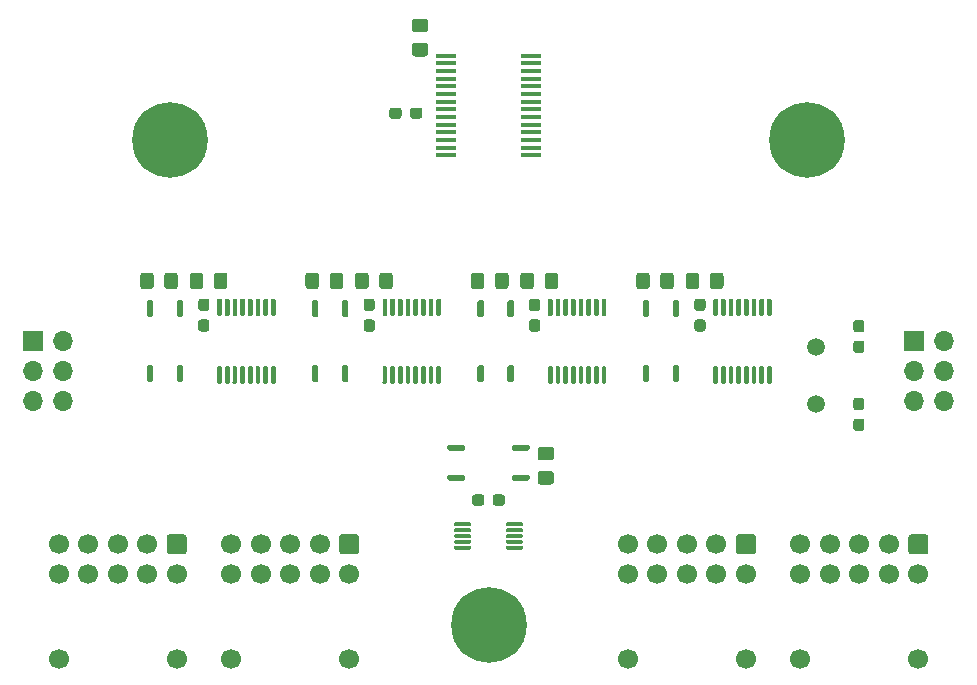
<source format=gbr>
%TF.GenerationSoftware,KiCad,Pcbnew,(5.1.10)-1*%
%TF.CreationDate,2021-07-04T19:20:50-04:00*%
%TF.ProjectId,SensorBoard,53656e73-6f72-4426-9f61-72642e6b6963,rev?*%
%TF.SameCoordinates,Original*%
%TF.FileFunction,Soldermask,Top*%
%TF.FilePolarity,Negative*%
%FSLAX46Y46*%
G04 Gerber Fmt 4.6, Leading zero omitted, Abs format (unit mm)*
G04 Created by KiCad (PCBNEW (5.1.10)-1) date 2021-07-04 19:20:50*
%MOMM*%
%LPD*%
G01*
G04 APERTURE LIST*
%ADD10O,1.700000X1.700000*%
%ADD11R,1.700000X1.700000*%
%ADD12C,6.400000*%
%ADD13C,0.800000*%
%ADD14R,1.750000X0.450000*%
%ADD15C,1.700000*%
%ADD16C,1.500000*%
G04 APERTURE END LIST*
%TO.C,C8*%
G36*
G01*
X126137500Y-87450000D02*
X125662500Y-87450000D01*
G75*
G02*
X125425000Y-87212500I0J237500D01*
G01*
X125425000Y-86637500D01*
G75*
G02*
X125662500Y-86400000I237500J0D01*
G01*
X126137500Y-86400000D01*
G75*
G02*
X126375000Y-86637500I0J-237500D01*
G01*
X126375000Y-87212500D01*
G75*
G02*
X126137500Y-87450000I-237500J0D01*
G01*
G37*
G36*
G01*
X126137500Y-89200000D02*
X125662500Y-89200000D01*
G75*
G02*
X125425000Y-88962500I0J237500D01*
G01*
X125425000Y-88387500D01*
G75*
G02*
X125662500Y-88150000I237500J0D01*
G01*
X126137500Y-88150000D01*
G75*
G02*
X126375000Y-88387500I0J-237500D01*
G01*
X126375000Y-88962500D01*
G75*
G02*
X126137500Y-89200000I-237500J0D01*
G01*
G37*
%TD*%
%TO.C,C7*%
G36*
G01*
X154137500Y-87450000D02*
X153662500Y-87450000D01*
G75*
G02*
X153425000Y-87212500I0J237500D01*
G01*
X153425000Y-86637500D01*
G75*
G02*
X153662500Y-86400000I237500J0D01*
G01*
X154137500Y-86400000D01*
G75*
G02*
X154375000Y-86637500I0J-237500D01*
G01*
X154375000Y-87212500D01*
G75*
G02*
X154137500Y-87450000I-237500J0D01*
G01*
G37*
G36*
G01*
X154137500Y-89200000D02*
X153662500Y-89200000D01*
G75*
G02*
X153425000Y-88962500I0J237500D01*
G01*
X153425000Y-88387500D01*
G75*
G02*
X153662500Y-88150000I237500J0D01*
G01*
X154137500Y-88150000D01*
G75*
G02*
X154375000Y-88387500I0J-237500D01*
G01*
X154375000Y-88962500D01*
G75*
G02*
X154137500Y-89200000I-237500J0D01*
G01*
G37*
%TD*%
%TO.C,C6*%
G36*
G01*
X143350000Y-70937500D02*
X143350000Y-70462500D01*
G75*
G02*
X143587500Y-70225000I237500J0D01*
G01*
X144162500Y-70225000D01*
G75*
G02*
X144400000Y-70462500I0J-237500D01*
G01*
X144400000Y-70937500D01*
G75*
G02*
X144162500Y-71175000I-237500J0D01*
G01*
X143587500Y-71175000D01*
G75*
G02*
X143350000Y-70937500I0J237500D01*
G01*
G37*
G36*
G01*
X141600000Y-70937500D02*
X141600000Y-70462500D01*
G75*
G02*
X141837500Y-70225000I237500J0D01*
G01*
X142412500Y-70225000D01*
G75*
G02*
X142650000Y-70462500I0J-237500D01*
G01*
X142650000Y-70937500D01*
G75*
G02*
X142412500Y-71175000I-237500J0D01*
G01*
X141837500Y-71175000D01*
G75*
G02*
X141600000Y-70937500I0J237500D01*
G01*
G37*
%TD*%
%TO.C,C5*%
G36*
G01*
X149650000Y-103212500D02*
X149650000Y-103687500D01*
G75*
G02*
X149412500Y-103925000I-237500J0D01*
G01*
X148837500Y-103925000D01*
G75*
G02*
X148600000Y-103687500I0J237500D01*
G01*
X148600000Y-103212500D01*
G75*
G02*
X148837500Y-102975000I237500J0D01*
G01*
X149412500Y-102975000D01*
G75*
G02*
X149650000Y-103212500I0J-237500D01*
G01*
G37*
G36*
G01*
X151400000Y-103212500D02*
X151400000Y-103687500D01*
G75*
G02*
X151162500Y-103925000I-237500J0D01*
G01*
X150587500Y-103925000D01*
G75*
G02*
X150350000Y-103687500I0J237500D01*
G01*
X150350000Y-103212500D01*
G75*
G02*
X150587500Y-102975000I237500J0D01*
G01*
X151162500Y-102975000D01*
G75*
G02*
X151400000Y-103212500I0J-237500D01*
G01*
G37*
%TD*%
%TO.C,C4*%
G36*
G01*
X168137500Y-89200000D02*
X167662500Y-89200000D01*
G75*
G02*
X167425000Y-88962500I0J237500D01*
G01*
X167425000Y-88387500D01*
G75*
G02*
X167662500Y-88150000I237500J0D01*
G01*
X168137500Y-88150000D01*
G75*
G02*
X168375000Y-88387500I0J-237500D01*
G01*
X168375000Y-88962500D01*
G75*
G02*
X168137500Y-89200000I-237500J0D01*
G01*
G37*
G36*
G01*
X168137500Y-87450000D02*
X167662500Y-87450000D01*
G75*
G02*
X167425000Y-87212500I0J237500D01*
G01*
X167425000Y-86637500D01*
G75*
G02*
X167662500Y-86400000I237500J0D01*
G01*
X168137500Y-86400000D01*
G75*
G02*
X168375000Y-86637500I0J-237500D01*
G01*
X168375000Y-87212500D01*
G75*
G02*
X168137500Y-87450000I-237500J0D01*
G01*
G37*
%TD*%
%TO.C,C3*%
G36*
G01*
X140137500Y-87450000D02*
X139662500Y-87450000D01*
G75*
G02*
X139425000Y-87212500I0J237500D01*
G01*
X139425000Y-86637500D01*
G75*
G02*
X139662500Y-86400000I237500J0D01*
G01*
X140137500Y-86400000D01*
G75*
G02*
X140375000Y-86637500I0J-237500D01*
G01*
X140375000Y-87212500D01*
G75*
G02*
X140137500Y-87450000I-237500J0D01*
G01*
G37*
G36*
G01*
X140137500Y-89200000D02*
X139662500Y-89200000D01*
G75*
G02*
X139425000Y-88962500I0J237500D01*
G01*
X139425000Y-88387500D01*
G75*
G02*
X139662500Y-88150000I237500J0D01*
G01*
X140137500Y-88150000D01*
G75*
G02*
X140375000Y-88387500I0J-237500D01*
G01*
X140375000Y-88962500D01*
G75*
G02*
X140137500Y-89200000I-237500J0D01*
G01*
G37*
%TD*%
D10*
%TO.C,J1*%
X114000000Y-95080000D03*
X111460000Y-95080000D03*
X114000000Y-92540000D03*
X111460000Y-92540000D03*
X114000000Y-90000000D03*
D11*
X111460000Y-90000000D03*
%TD*%
%TO.C,J2*%
X186000000Y-90000000D03*
D10*
X188540000Y-90000000D03*
X186000000Y-92540000D03*
X188540000Y-92540000D03*
X186000000Y-95080000D03*
X188540000Y-95080000D03*
%TD*%
D12*
%TO.C,REF\u002A\u002A*%
X177000000Y-73000000D03*
D13*
X179400000Y-73000000D03*
X178697056Y-74697056D03*
X177000000Y-75400000D03*
X175302944Y-74697056D03*
X174600000Y-73000000D03*
X175302944Y-71302944D03*
X177000000Y-70600000D03*
X178697056Y-71302944D03*
%TD*%
%TO.C,REF\u002A\u002A*%
X124697056Y-71302944D03*
X123000000Y-70600000D03*
X121302944Y-71302944D03*
X120600000Y-73000000D03*
X121302944Y-74697056D03*
X123000000Y-75400000D03*
X124697056Y-74697056D03*
X125400000Y-73000000D03*
D12*
X123000000Y-73000000D03*
%TD*%
%TO.C,REF\u002A\u002A*%
X150000000Y-114000000D03*
D13*
X152400000Y-114000000D03*
X151697056Y-115697056D03*
X150000000Y-116400000D03*
X148302944Y-115697056D03*
X147600000Y-114000000D03*
X148302944Y-112302944D03*
X150000000Y-111600000D03*
X151697056Y-112302944D03*
%TD*%
%TO.C,U6*%
G36*
G01*
X131675000Y-92125000D02*
X131875000Y-92125000D01*
G75*
G02*
X131975000Y-92225000I0J-100000D01*
G01*
X131975000Y-93500000D01*
G75*
G02*
X131875000Y-93600000I-100000J0D01*
G01*
X131675000Y-93600000D01*
G75*
G02*
X131575000Y-93500000I0J100000D01*
G01*
X131575000Y-92225000D01*
G75*
G02*
X131675000Y-92125000I100000J0D01*
G01*
G37*
G36*
G01*
X131025000Y-92125000D02*
X131225000Y-92125000D01*
G75*
G02*
X131325000Y-92225000I0J-100000D01*
G01*
X131325000Y-93500000D01*
G75*
G02*
X131225000Y-93600000I-100000J0D01*
G01*
X131025000Y-93600000D01*
G75*
G02*
X130925000Y-93500000I0J100000D01*
G01*
X130925000Y-92225000D01*
G75*
G02*
X131025000Y-92125000I100000J0D01*
G01*
G37*
G36*
G01*
X130375000Y-92125000D02*
X130575000Y-92125000D01*
G75*
G02*
X130675000Y-92225000I0J-100000D01*
G01*
X130675000Y-93500000D01*
G75*
G02*
X130575000Y-93600000I-100000J0D01*
G01*
X130375000Y-93600000D01*
G75*
G02*
X130275000Y-93500000I0J100000D01*
G01*
X130275000Y-92225000D01*
G75*
G02*
X130375000Y-92125000I100000J0D01*
G01*
G37*
G36*
G01*
X129725000Y-92125000D02*
X129925000Y-92125000D01*
G75*
G02*
X130025000Y-92225000I0J-100000D01*
G01*
X130025000Y-93500000D01*
G75*
G02*
X129925000Y-93600000I-100000J0D01*
G01*
X129725000Y-93600000D01*
G75*
G02*
X129625000Y-93500000I0J100000D01*
G01*
X129625000Y-92225000D01*
G75*
G02*
X129725000Y-92125000I100000J0D01*
G01*
G37*
G36*
G01*
X129075000Y-92125000D02*
X129275000Y-92125000D01*
G75*
G02*
X129375000Y-92225000I0J-100000D01*
G01*
X129375000Y-93500000D01*
G75*
G02*
X129275000Y-93600000I-100000J0D01*
G01*
X129075000Y-93600000D01*
G75*
G02*
X128975000Y-93500000I0J100000D01*
G01*
X128975000Y-92225000D01*
G75*
G02*
X129075000Y-92125000I100000J0D01*
G01*
G37*
G36*
G01*
X128425000Y-92125000D02*
X128625000Y-92125000D01*
G75*
G02*
X128725000Y-92225000I0J-100000D01*
G01*
X128725000Y-93500000D01*
G75*
G02*
X128625000Y-93600000I-100000J0D01*
G01*
X128425000Y-93600000D01*
G75*
G02*
X128325000Y-93500000I0J100000D01*
G01*
X128325000Y-92225000D01*
G75*
G02*
X128425000Y-92125000I100000J0D01*
G01*
G37*
G36*
G01*
X127775000Y-92125000D02*
X127975000Y-92125000D01*
G75*
G02*
X128075000Y-92225000I0J-100000D01*
G01*
X128075000Y-93500000D01*
G75*
G02*
X127975000Y-93600000I-100000J0D01*
G01*
X127775000Y-93600000D01*
G75*
G02*
X127675000Y-93500000I0J100000D01*
G01*
X127675000Y-92225000D01*
G75*
G02*
X127775000Y-92125000I100000J0D01*
G01*
G37*
G36*
G01*
X127125000Y-92125000D02*
X127325000Y-92125000D01*
G75*
G02*
X127425000Y-92225000I0J-100000D01*
G01*
X127425000Y-93500000D01*
G75*
G02*
X127325000Y-93600000I-100000J0D01*
G01*
X127125000Y-93600000D01*
G75*
G02*
X127025000Y-93500000I0J100000D01*
G01*
X127025000Y-92225000D01*
G75*
G02*
X127125000Y-92125000I100000J0D01*
G01*
G37*
G36*
G01*
X127125000Y-86400000D02*
X127325000Y-86400000D01*
G75*
G02*
X127425000Y-86500000I0J-100000D01*
G01*
X127425000Y-87775000D01*
G75*
G02*
X127325000Y-87875000I-100000J0D01*
G01*
X127125000Y-87875000D01*
G75*
G02*
X127025000Y-87775000I0J100000D01*
G01*
X127025000Y-86500000D01*
G75*
G02*
X127125000Y-86400000I100000J0D01*
G01*
G37*
G36*
G01*
X127775000Y-86400000D02*
X127975000Y-86400000D01*
G75*
G02*
X128075000Y-86500000I0J-100000D01*
G01*
X128075000Y-87775000D01*
G75*
G02*
X127975000Y-87875000I-100000J0D01*
G01*
X127775000Y-87875000D01*
G75*
G02*
X127675000Y-87775000I0J100000D01*
G01*
X127675000Y-86500000D01*
G75*
G02*
X127775000Y-86400000I100000J0D01*
G01*
G37*
G36*
G01*
X128425000Y-86400000D02*
X128625000Y-86400000D01*
G75*
G02*
X128725000Y-86500000I0J-100000D01*
G01*
X128725000Y-87775000D01*
G75*
G02*
X128625000Y-87875000I-100000J0D01*
G01*
X128425000Y-87875000D01*
G75*
G02*
X128325000Y-87775000I0J100000D01*
G01*
X128325000Y-86500000D01*
G75*
G02*
X128425000Y-86400000I100000J0D01*
G01*
G37*
G36*
G01*
X129075000Y-86400000D02*
X129275000Y-86400000D01*
G75*
G02*
X129375000Y-86500000I0J-100000D01*
G01*
X129375000Y-87775000D01*
G75*
G02*
X129275000Y-87875000I-100000J0D01*
G01*
X129075000Y-87875000D01*
G75*
G02*
X128975000Y-87775000I0J100000D01*
G01*
X128975000Y-86500000D01*
G75*
G02*
X129075000Y-86400000I100000J0D01*
G01*
G37*
G36*
G01*
X129725000Y-86400000D02*
X129925000Y-86400000D01*
G75*
G02*
X130025000Y-86500000I0J-100000D01*
G01*
X130025000Y-87775000D01*
G75*
G02*
X129925000Y-87875000I-100000J0D01*
G01*
X129725000Y-87875000D01*
G75*
G02*
X129625000Y-87775000I0J100000D01*
G01*
X129625000Y-86500000D01*
G75*
G02*
X129725000Y-86400000I100000J0D01*
G01*
G37*
G36*
G01*
X130375000Y-86400000D02*
X130575000Y-86400000D01*
G75*
G02*
X130675000Y-86500000I0J-100000D01*
G01*
X130675000Y-87775000D01*
G75*
G02*
X130575000Y-87875000I-100000J0D01*
G01*
X130375000Y-87875000D01*
G75*
G02*
X130275000Y-87775000I0J100000D01*
G01*
X130275000Y-86500000D01*
G75*
G02*
X130375000Y-86400000I100000J0D01*
G01*
G37*
G36*
G01*
X131025000Y-86400000D02*
X131225000Y-86400000D01*
G75*
G02*
X131325000Y-86500000I0J-100000D01*
G01*
X131325000Y-87775000D01*
G75*
G02*
X131225000Y-87875000I-100000J0D01*
G01*
X131025000Y-87875000D01*
G75*
G02*
X130925000Y-87775000I0J100000D01*
G01*
X130925000Y-86500000D01*
G75*
G02*
X131025000Y-86400000I100000J0D01*
G01*
G37*
G36*
G01*
X131675000Y-86400000D02*
X131875000Y-86400000D01*
G75*
G02*
X131975000Y-86500000I0J-100000D01*
G01*
X131975000Y-87775000D01*
G75*
G02*
X131875000Y-87875000I-100000J0D01*
G01*
X131675000Y-87875000D01*
G75*
G02*
X131575000Y-87775000I0J100000D01*
G01*
X131575000Y-86500000D01*
G75*
G02*
X131675000Y-86400000I100000J0D01*
G01*
G37*
%TD*%
%TO.C,U5*%
G36*
G01*
X145675000Y-92125000D02*
X145875000Y-92125000D01*
G75*
G02*
X145975000Y-92225000I0J-100000D01*
G01*
X145975000Y-93500000D01*
G75*
G02*
X145875000Y-93600000I-100000J0D01*
G01*
X145675000Y-93600000D01*
G75*
G02*
X145575000Y-93500000I0J100000D01*
G01*
X145575000Y-92225000D01*
G75*
G02*
X145675000Y-92125000I100000J0D01*
G01*
G37*
G36*
G01*
X145025000Y-92125000D02*
X145225000Y-92125000D01*
G75*
G02*
X145325000Y-92225000I0J-100000D01*
G01*
X145325000Y-93500000D01*
G75*
G02*
X145225000Y-93600000I-100000J0D01*
G01*
X145025000Y-93600000D01*
G75*
G02*
X144925000Y-93500000I0J100000D01*
G01*
X144925000Y-92225000D01*
G75*
G02*
X145025000Y-92125000I100000J0D01*
G01*
G37*
G36*
G01*
X144375000Y-92125000D02*
X144575000Y-92125000D01*
G75*
G02*
X144675000Y-92225000I0J-100000D01*
G01*
X144675000Y-93500000D01*
G75*
G02*
X144575000Y-93600000I-100000J0D01*
G01*
X144375000Y-93600000D01*
G75*
G02*
X144275000Y-93500000I0J100000D01*
G01*
X144275000Y-92225000D01*
G75*
G02*
X144375000Y-92125000I100000J0D01*
G01*
G37*
G36*
G01*
X143725000Y-92125000D02*
X143925000Y-92125000D01*
G75*
G02*
X144025000Y-92225000I0J-100000D01*
G01*
X144025000Y-93500000D01*
G75*
G02*
X143925000Y-93600000I-100000J0D01*
G01*
X143725000Y-93600000D01*
G75*
G02*
X143625000Y-93500000I0J100000D01*
G01*
X143625000Y-92225000D01*
G75*
G02*
X143725000Y-92125000I100000J0D01*
G01*
G37*
G36*
G01*
X143075000Y-92125000D02*
X143275000Y-92125000D01*
G75*
G02*
X143375000Y-92225000I0J-100000D01*
G01*
X143375000Y-93500000D01*
G75*
G02*
X143275000Y-93600000I-100000J0D01*
G01*
X143075000Y-93600000D01*
G75*
G02*
X142975000Y-93500000I0J100000D01*
G01*
X142975000Y-92225000D01*
G75*
G02*
X143075000Y-92125000I100000J0D01*
G01*
G37*
G36*
G01*
X142425000Y-92125000D02*
X142625000Y-92125000D01*
G75*
G02*
X142725000Y-92225000I0J-100000D01*
G01*
X142725000Y-93500000D01*
G75*
G02*
X142625000Y-93600000I-100000J0D01*
G01*
X142425000Y-93600000D01*
G75*
G02*
X142325000Y-93500000I0J100000D01*
G01*
X142325000Y-92225000D01*
G75*
G02*
X142425000Y-92125000I100000J0D01*
G01*
G37*
G36*
G01*
X141775000Y-92125000D02*
X141975000Y-92125000D01*
G75*
G02*
X142075000Y-92225000I0J-100000D01*
G01*
X142075000Y-93500000D01*
G75*
G02*
X141975000Y-93600000I-100000J0D01*
G01*
X141775000Y-93600000D01*
G75*
G02*
X141675000Y-93500000I0J100000D01*
G01*
X141675000Y-92225000D01*
G75*
G02*
X141775000Y-92125000I100000J0D01*
G01*
G37*
G36*
G01*
X141125000Y-92125000D02*
X141325000Y-92125000D01*
G75*
G02*
X141425000Y-92225000I0J-100000D01*
G01*
X141425000Y-93500000D01*
G75*
G02*
X141325000Y-93600000I-100000J0D01*
G01*
X141125000Y-93600000D01*
G75*
G02*
X141025000Y-93500000I0J100000D01*
G01*
X141025000Y-92225000D01*
G75*
G02*
X141125000Y-92125000I100000J0D01*
G01*
G37*
G36*
G01*
X141125000Y-86400000D02*
X141325000Y-86400000D01*
G75*
G02*
X141425000Y-86500000I0J-100000D01*
G01*
X141425000Y-87775000D01*
G75*
G02*
X141325000Y-87875000I-100000J0D01*
G01*
X141125000Y-87875000D01*
G75*
G02*
X141025000Y-87775000I0J100000D01*
G01*
X141025000Y-86500000D01*
G75*
G02*
X141125000Y-86400000I100000J0D01*
G01*
G37*
G36*
G01*
X141775000Y-86400000D02*
X141975000Y-86400000D01*
G75*
G02*
X142075000Y-86500000I0J-100000D01*
G01*
X142075000Y-87775000D01*
G75*
G02*
X141975000Y-87875000I-100000J0D01*
G01*
X141775000Y-87875000D01*
G75*
G02*
X141675000Y-87775000I0J100000D01*
G01*
X141675000Y-86500000D01*
G75*
G02*
X141775000Y-86400000I100000J0D01*
G01*
G37*
G36*
G01*
X142425000Y-86400000D02*
X142625000Y-86400000D01*
G75*
G02*
X142725000Y-86500000I0J-100000D01*
G01*
X142725000Y-87775000D01*
G75*
G02*
X142625000Y-87875000I-100000J0D01*
G01*
X142425000Y-87875000D01*
G75*
G02*
X142325000Y-87775000I0J100000D01*
G01*
X142325000Y-86500000D01*
G75*
G02*
X142425000Y-86400000I100000J0D01*
G01*
G37*
G36*
G01*
X143075000Y-86400000D02*
X143275000Y-86400000D01*
G75*
G02*
X143375000Y-86500000I0J-100000D01*
G01*
X143375000Y-87775000D01*
G75*
G02*
X143275000Y-87875000I-100000J0D01*
G01*
X143075000Y-87875000D01*
G75*
G02*
X142975000Y-87775000I0J100000D01*
G01*
X142975000Y-86500000D01*
G75*
G02*
X143075000Y-86400000I100000J0D01*
G01*
G37*
G36*
G01*
X143725000Y-86400000D02*
X143925000Y-86400000D01*
G75*
G02*
X144025000Y-86500000I0J-100000D01*
G01*
X144025000Y-87775000D01*
G75*
G02*
X143925000Y-87875000I-100000J0D01*
G01*
X143725000Y-87875000D01*
G75*
G02*
X143625000Y-87775000I0J100000D01*
G01*
X143625000Y-86500000D01*
G75*
G02*
X143725000Y-86400000I100000J0D01*
G01*
G37*
G36*
G01*
X144375000Y-86400000D02*
X144575000Y-86400000D01*
G75*
G02*
X144675000Y-86500000I0J-100000D01*
G01*
X144675000Y-87775000D01*
G75*
G02*
X144575000Y-87875000I-100000J0D01*
G01*
X144375000Y-87875000D01*
G75*
G02*
X144275000Y-87775000I0J100000D01*
G01*
X144275000Y-86500000D01*
G75*
G02*
X144375000Y-86400000I100000J0D01*
G01*
G37*
G36*
G01*
X145025000Y-86400000D02*
X145225000Y-86400000D01*
G75*
G02*
X145325000Y-86500000I0J-100000D01*
G01*
X145325000Y-87775000D01*
G75*
G02*
X145225000Y-87875000I-100000J0D01*
G01*
X145025000Y-87875000D01*
G75*
G02*
X144925000Y-87775000I0J100000D01*
G01*
X144925000Y-86500000D01*
G75*
G02*
X145025000Y-86400000I100000J0D01*
G01*
G37*
G36*
G01*
X145675000Y-86400000D02*
X145875000Y-86400000D01*
G75*
G02*
X145975000Y-86500000I0J-100000D01*
G01*
X145975000Y-87775000D01*
G75*
G02*
X145875000Y-87875000I-100000J0D01*
G01*
X145675000Y-87875000D01*
G75*
G02*
X145575000Y-87775000I0J100000D01*
G01*
X145575000Y-86500000D01*
G75*
G02*
X145675000Y-86400000I100000J0D01*
G01*
G37*
%TD*%
%TO.C,U4*%
G36*
G01*
X159675000Y-92125000D02*
X159875000Y-92125000D01*
G75*
G02*
X159975000Y-92225000I0J-100000D01*
G01*
X159975000Y-93500000D01*
G75*
G02*
X159875000Y-93600000I-100000J0D01*
G01*
X159675000Y-93600000D01*
G75*
G02*
X159575000Y-93500000I0J100000D01*
G01*
X159575000Y-92225000D01*
G75*
G02*
X159675000Y-92125000I100000J0D01*
G01*
G37*
G36*
G01*
X159025000Y-92125000D02*
X159225000Y-92125000D01*
G75*
G02*
X159325000Y-92225000I0J-100000D01*
G01*
X159325000Y-93500000D01*
G75*
G02*
X159225000Y-93600000I-100000J0D01*
G01*
X159025000Y-93600000D01*
G75*
G02*
X158925000Y-93500000I0J100000D01*
G01*
X158925000Y-92225000D01*
G75*
G02*
X159025000Y-92125000I100000J0D01*
G01*
G37*
G36*
G01*
X158375000Y-92125000D02*
X158575000Y-92125000D01*
G75*
G02*
X158675000Y-92225000I0J-100000D01*
G01*
X158675000Y-93500000D01*
G75*
G02*
X158575000Y-93600000I-100000J0D01*
G01*
X158375000Y-93600000D01*
G75*
G02*
X158275000Y-93500000I0J100000D01*
G01*
X158275000Y-92225000D01*
G75*
G02*
X158375000Y-92125000I100000J0D01*
G01*
G37*
G36*
G01*
X157725000Y-92125000D02*
X157925000Y-92125000D01*
G75*
G02*
X158025000Y-92225000I0J-100000D01*
G01*
X158025000Y-93500000D01*
G75*
G02*
X157925000Y-93600000I-100000J0D01*
G01*
X157725000Y-93600000D01*
G75*
G02*
X157625000Y-93500000I0J100000D01*
G01*
X157625000Y-92225000D01*
G75*
G02*
X157725000Y-92125000I100000J0D01*
G01*
G37*
G36*
G01*
X157075000Y-92125000D02*
X157275000Y-92125000D01*
G75*
G02*
X157375000Y-92225000I0J-100000D01*
G01*
X157375000Y-93500000D01*
G75*
G02*
X157275000Y-93600000I-100000J0D01*
G01*
X157075000Y-93600000D01*
G75*
G02*
X156975000Y-93500000I0J100000D01*
G01*
X156975000Y-92225000D01*
G75*
G02*
X157075000Y-92125000I100000J0D01*
G01*
G37*
G36*
G01*
X156425000Y-92125000D02*
X156625000Y-92125000D01*
G75*
G02*
X156725000Y-92225000I0J-100000D01*
G01*
X156725000Y-93500000D01*
G75*
G02*
X156625000Y-93600000I-100000J0D01*
G01*
X156425000Y-93600000D01*
G75*
G02*
X156325000Y-93500000I0J100000D01*
G01*
X156325000Y-92225000D01*
G75*
G02*
X156425000Y-92125000I100000J0D01*
G01*
G37*
G36*
G01*
X155775000Y-92125000D02*
X155975000Y-92125000D01*
G75*
G02*
X156075000Y-92225000I0J-100000D01*
G01*
X156075000Y-93500000D01*
G75*
G02*
X155975000Y-93600000I-100000J0D01*
G01*
X155775000Y-93600000D01*
G75*
G02*
X155675000Y-93500000I0J100000D01*
G01*
X155675000Y-92225000D01*
G75*
G02*
X155775000Y-92125000I100000J0D01*
G01*
G37*
G36*
G01*
X155125000Y-92125000D02*
X155325000Y-92125000D01*
G75*
G02*
X155425000Y-92225000I0J-100000D01*
G01*
X155425000Y-93500000D01*
G75*
G02*
X155325000Y-93600000I-100000J0D01*
G01*
X155125000Y-93600000D01*
G75*
G02*
X155025000Y-93500000I0J100000D01*
G01*
X155025000Y-92225000D01*
G75*
G02*
X155125000Y-92125000I100000J0D01*
G01*
G37*
G36*
G01*
X155125000Y-86400000D02*
X155325000Y-86400000D01*
G75*
G02*
X155425000Y-86500000I0J-100000D01*
G01*
X155425000Y-87775000D01*
G75*
G02*
X155325000Y-87875000I-100000J0D01*
G01*
X155125000Y-87875000D01*
G75*
G02*
X155025000Y-87775000I0J100000D01*
G01*
X155025000Y-86500000D01*
G75*
G02*
X155125000Y-86400000I100000J0D01*
G01*
G37*
G36*
G01*
X155775000Y-86400000D02*
X155975000Y-86400000D01*
G75*
G02*
X156075000Y-86500000I0J-100000D01*
G01*
X156075000Y-87775000D01*
G75*
G02*
X155975000Y-87875000I-100000J0D01*
G01*
X155775000Y-87875000D01*
G75*
G02*
X155675000Y-87775000I0J100000D01*
G01*
X155675000Y-86500000D01*
G75*
G02*
X155775000Y-86400000I100000J0D01*
G01*
G37*
G36*
G01*
X156425000Y-86400000D02*
X156625000Y-86400000D01*
G75*
G02*
X156725000Y-86500000I0J-100000D01*
G01*
X156725000Y-87775000D01*
G75*
G02*
X156625000Y-87875000I-100000J0D01*
G01*
X156425000Y-87875000D01*
G75*
G02*
X156325000Y-87775000I0J100000D01*
G01*
X156325000Y-86500000D01*
G75*
G02*
X156425000Y-86400000I100000J0D01*
G01*
G37*
G36*
G01*
X157075000Y-86400000D02*
X157275000Y-86400000D01*
G75*
G02*
X157375000Y-86500000I0J-100000D01*
G01*
X157375000Y-87775000D01*
G75*
G02*
X157275000Y-87875000I-100000J0D01*
G01*
X157075000Y-87875000D01*
G75*
G02*
X156975000Y-87775000I0J100000D01*
G01*
X156975000Y-86500000D01*
G75*
G02*
X157075000Y-86400000I100000J0D01*
G01*
G37*
G36*
G01*
X157725000Y-86400000D02*
X157925000Y-86400000D01*
G75*
G02*
X158025000Y-86500000I0J-100000D01*
G01*
X158025000Y-87775000D01*
G75*
G02*
X157925000Y-87875000I-100000J0D01*
G01*
X157725000Y-87875000D01*
G75*
G02*
X157625000Y-87775000I0J100000D01*
G01*
X157625000Y-86500000D01*
G75*
G02*
X157725000Y-86400000I100000J0D01*
G01*
G37*
G36*
G01*
X158375000Y-86400000D02*
X158575000Y-86400000D01*
G75*
G02*
X158675000Y-86500000I0J-100000D01*
G01*
X158675000Y-87775000D01*
G75*
G02*
X158575000Y-87875000I-100000J0D01*
G01*
X158375000Y-87875000D01*
G75*
G02*
X158275000Y-87775000I0J100000D01*
G01*
X158275000Y-86500000D01*
G75*
G02*
X158375000Y-86400000I100000J0D01*
G01*
G37*
G36*
G01*
X159025000Y-86400000D02*
X159225000Y-86400000D01*
G75*
G02*
X159325000Y-86500000I0J-100000D01*
G01*
X159325000Y-87775000D01*
G75*
G02*
X159225000Y-87875000I-100000J0D01*
G01*
X159025000Y-87875000D01*
G75*
G02*
X158925000Y-87775000I0J100000D01*
G01*
X158925000Y-86500000D01*
G75*
G02*
X159025000Y-86400000I100000J0D01*
G01*
G37*
G36*
G01*
X159675000Y-86400000D02*
X159875000Y-86400000D01*
G75*
G02*
X159975000Y-86500000I0J-100000D01*
G01*
X159975000Y-87775000D01*
G75*
G02*
X159875000Y-87875000I-100000J0D01*
G01*
X159675000Y-87875000D01*
G75*
G02*
X159575000Y-87775000I0J100000D01*
G01*
X159575000Y-86500000D01*
G75*
G02*
X159675000Y-86400000I100000J0D01*
G01*
G37*
%TD*%
%TO.C,U3*%
G36*
G01*
X173675000Y-92125000D02*
X173875000Y-92125000D01*
G75*
G02*
X173975000Y-92225000I0J-100000D01*
G01*
X173975000Y-93500000D01*
G75*
G02*
X173875000Y-93600000I-100000J0D01*
G01*
X173675000Y-93600000D01*
G75*
G02*
X173575000Y-93500000I0J100000D01*
G01*
X173575000Y-92225000D01*
G75*
G02*
X173675000Y-92125000I100000J0D01*
G01*
G37*
G36*
G01*
X173025000Y-92125000D02*
X173225000Y-92125000D01*
G75*
G02*
X173325000Y-92225000I0J-100000D01*
G01*
X173325000Y-93500000D01*
G75*
G02*
X173225000Y-93600000I-100000J0D01*
G01*
X173025000Y-93600000D01*
G75*
G02*
X172925000Y-93500000I0J100000D01*
G01*
X172925000Y-92225000D01*
G75*
G02*
X173025000Y-92125000I100000J0D01*
G01*
G37*
G36*
G01*
X172375000Y-92125000D02*
X172575000Y-92125000D01*
G75*
G02*
X172675000Y-92225000I0J-100000D01*
G01*
X172675000Y-93500000D01*
G75*
G02*
X172575000Y-93600000I-100000J0D01*
G01*
X172375000Y-93600000D01*
G75*
G02*
X172275000Y-93500000I0J100000D01*
G01*
X172275000Y-92225000D01*
G75*
G02*
X172375000Y-92125000I100000J0D01*
G01*
G37*
G36*
G01*
X171725000Y-92125000D02*
X171925000Y-92125000D01*
G75*
G02*
X172025000Y-92225000I0J-100000D01*
G01*
X172025000Y-93500000D01*
G75*
G02*
X171925000Y-93600000I-100000J0D01*
G01*
X171725000Y-93600000D01*
G75*
G02*
X171625000Y-93500000I0J100000D01*
G01*
X171625000Y-92225000D01*
G75*
G02*
X171725000Y-92125000I100000J0D01*
G01*
G37*
G36*
G01*
X171075000Y-92125000D02*
X171275000Y-92125000D01*
G75*
G02*
X171375000Y-92225000I0J-100000D01*
G01*
X171375000Y-93500000D01*
G75*
G02*
X171275000Y-93600000I-100000J0D01*
G01*
X171075000Y-93600000D01*
G75*
G02*
X170975000Y-93500000I0J100000D01*
G01*
X170975000Y-92225000D01*
G75*
G02*
X171075000Y-92125000I100000J0D01*
G01*
G37*
G36*
G01*
X170425000Y-92125000D02*
X170625000Y-92125000D01*
G75*
G02*
X170725000Y-92225000I0J-100000D01*
G01*
X170725000Y-93500000D01*
G75*
G02*
X170625000Y-93600000I-100000J0D01*
G01*
X170425000Y-93600000D01*
G75*
G02*
X170325000Y-93500000I0J100000D01*
G01*
X170325000Y-92225000D01*
G75*
G02*
X170425000Y-92125000I100000J0D01*
G01*
G37*
G36*
G01*
X169775000Y-92125000D02*
X169975000Y-92125000D01*
G75*
G02*
X170075000Y-92225000I0J-100000D01*
G01*
X170075000Y-93500000D01*
G75*
G02*
X169975000Y-93600000I-100000J0D01*
G01*
X169775000Y-93600000D01*
G75*
G02*
X169675000Y-93500000I0J100000D01*
G01*
X169675000Y-92225000D01*
G75*
G02*
X169775000Y-92125000I100000J0D01*
G01*
G37*
G36*
G01*
X169125000Y-92125000D02*
X169325000Y-92125000D01*
G75*
G02*
X169425000Y-92225000I0J-100000D01*
G01*
X169425000Y-93500000D01*
G75*
G02*
X169325000Y-93600000I-100000J0D01*
G01*
X169125000Y-93600000D01*
G75*
G02*
X169025000Y-93500000I0J100000D01*
G01*
X169025000Y-92225000D01*
G75*
G02*
X169125000Y-92125000I100000J0D01*
G01*
G37*
G36*
G01*
X169125000Y-86400000D02*
X169325000Y-86400000D01*
G75*
G02*
X169425000Y-86500000I0J-100000D01*
G01*
X169425000Y-87775000D01*
G75*
G02*
X169325000Y-87875000I-100000J0D01*
G01*
X169125000Y-87875000D01*
G75*
G02*
X169025000Y-87775000I0J100000D01*
G01*
X169025000Y-86500000D01*
G75*
G02*
X169125000Y-86400000I100000J0D01*
G01*
G37*
G36*
G01*
X169775000Y-86400000D02*
X169975000Y-86400000D01*
G75*
G02*
X170075000Y-86500000I0J-100000D01*
G01*
X170075000Y-87775000D01*
G75*
G02*
X169975000Y-87875000I-100000J0D01*
G01*
X169775000Y-87875000D01*
G75*
G02*
X169675000Y-87775000I0J100000D01*
G01*
X169675000Y-86500000D01*
G75*
G02*
X169775000Y-86400000I100000J0D01*
G01*
G37*
G36*
G01*
X170425000Y-86400000D02*
X170625000Y-86400000D01*
G75*
G02*
X170725000Y-86500000I0J-100000D01*
G01*
X170725000Y-87775000D01*
G75*
G02*
X170625000Y-87875000I-100000J0D01*
G01*
X170425000Y-87875000D01*
G75*
G02*
X170325000Y-87775000I0J100000D01*
G01*
X170325000Y-86500000D01*
G75*
G02*
X170425000Y-86400000I100000J0D01*
G01*
G37*
G36*
G01*
X171075000Y-86400000D02*
X171275000Y-86400000D01*
G75*
G02*
X171375000Y-86500000I0J-100000D01*
G01*
X171375000Y-87775000D01*
G75*
G02*
X171275000Y-87875000I-100000J0D01*
G01*
X171075000Y-87875000D01*
G75*
G02*
X170975000Y-87775000I0J100000D01*
G01*
X170975000Y-86500000D01*
G75*
G02*
X171075000Y-86400000I100000J0D01*
G01*
G37*
G36*
G01*
X171725000Y-86400000D02*
X171925000Y-86400000D01*
G75*
G02*
X172025000Y-86500000I0J-100000D01*
G01*
X172025000Y-87775000D01*
G75*
G02*
X171925000Y-87875000I-100000J0D01*
G01*
X171725000Y-87875000D01*
G75*
G02*
X171625000Y-87775000I0J100000D01*
G01*
X171625000Y-86500000D01*
G75*
G02*
X171725000Y-86400000I100000J0D01*
G01*
G37*
G36*
G01*
X172375000Y-86400000D02*
X172575000Y-86400000D01*
G75*
G02*
X172675000Y-86500000I0J-100000D01*
G01*
X172675000Y-87775000D01*
G75*
G02*
X172575000Y-87875000I-100000J0D01*
G01*
X172375000Y-87875000D01*
G75*
G02*
X172275000Y-87775000I0J100000D01*
G01*
X172275000Y-86500000D01*
G75*
G02*
X172375000Y-86400000I100000J0D01*
G01*
G37*
G36*
G01*
X173025000Y-86400000D02*
X173225000Y-86400000D01*
G75*
G02*
X173325000Y-86500000I0J-100000D01*
G01*
X173325000Y-87775000D01*
G75*
G02*
X173225000Y-87875000I-100000J0D01*
G01*
X173025000Y-87875000D01*
G75*
G02*
X172925000Y-87775000I0J100000D01*
G01*
X172925000Y-86500000D01*
G75*
G02*
X173025000Y-86400000I100000J0D01*
G01*
G37*
G36*
G01*
X173675000Y-86400000D02*
X173875000Y-86400000D01*
G75*
G02*
X173975000Y-86500000I0J-100000D01*
G01*
X173975000Y-87775000D01*
G75*
G02*
X173875000Y-87875000I-100000J0D01*
G01*
X173675000Y-87875000D01*
G75*
G02*
X173575000Y-87775000I0J100000D01*
G01*
X173575000Y-86500000D01*
G75*
G02*
X173675000Y-86400000I100000J0D01*
G01*
G37*
%TD*%
%TO.C,U2*%
G36*
G01*
X148525000Y-107425000D02*
X148525000Y-107575000D01*
G75*
G02*
X148450000Y-107650000I-75000J0D01*
G01*
X147150000Y-107650000D01*
G75*
G02*
X147075000Y-107575000I0J75000D01*
G01*
X147075000Y-107425000D01*
G75*
G02*
X147150000Y-107350000I75000J0D01*
G01*
X148450000Y-107350000D01*
G75*
G02*
X148525000Y-107425000I0J-75000D01*
G01*
G37*
G36*
G01*
X148525000Y-106925000D02*
X148525000Y-107075000D01*
G75*
G02*
X148450000Y-107150000I-75000J0D01*
G01*
X147150000Y-107150000D01*
G75*
G02*
X147075000Y-107075000I0J75000D01*
G01*
X147075000Y-106925000D01*
G75*
G02*
X147150000Y-106850000I75000J0D01*
G01*
X148450000Y-106850000D01*
G75*
G02*
X148525000Y-106925000I0J-75000D01*
G01*
G37*
G36*
G01*
X148525000Y-106425000D02*
X148525000Y-106575000D01*
G75*
G02*
X148450000Y-106650000I-75000J0D01*
G01*
X147150000Y-106650000D01*
G75*
G02*
X147075000Y-106575000I0J75000D01*
G01*
X147075000Y-106425000D01*
G75*
G02*
X147150000Y-106350000I75000J0D01*
G01*
X148450000Y-106350000D01*
G75*
G02*
X148525000Y-106425000I0J-75000D01*
G01*
G37*
G36*
G01*
X148525000Y-105925000D02*
X148525000Y-106075000D01*
G75*
G02*
X148450000Y-106150000I-75000J0D01*
G01*
X147150000Y-106150000D01*
G75*
G02*
X147075000Y-106075000I0J75000D01*
G01*
X147075000Y-105925000D01*
G75*
G02*
X147150000Y-105850000I75000J0D01*
G01*
X148450000Y-105850000D01*
G75*
G02*
X148525000Y-105925000I0J-75000D01*
G01*
G37*
G36*
G01*
X148525000Y-105425000D02*
X148525000Y-105575000D01*
G75*
G02*
X148450000Y-105650000I-75000J0D01*
G01*
X147150000Y-105650000D01*
G75*
G02*
X147075000Y-105575000I0J75000D01*
G01*
X147075000Y-105425000D01*
G75*
G02*
X147150000Y-105350000I75000J0D01*
G01*
X148450000Y-105350000D01*
G75*
G02*
X148525000Y-105425000I0J-75000D01*
G01*
G37*
G36*
G01*
X152925000Y-105425000D02*
X152925000Y-105575000D01*
G75*
G02*
X152850000Y-105650000I-75000J0D01*
G01*
X151550000Y-105650000D01*
G75*
G02*
X151475000Y-105575000I0J75000D01*
G01*
X151475000Y-105425000D01*
G75*
G02*
X151550000Y-105350000I75000J0D01*
G01*
X152850000Y-105350000D01*
G75*
G02*
X152925000Y-105425000I0J-75000D01*
G01*
G37*
G36*
G01*
X152925000Y-105925000D02*
X152925000Y-106075000D01*
G75*
G02*
X152850000Y-106150000I-75000J0D01*
G01*
X151550000Y-106150000D01*
G75*
G02*
X151475000Y-106075000I0J75000D01*
G01*
X151475000Y-105925000D01*
G75*
G02*
X151550000Y-105850000I75000J0D01*
G01*
X152850000Y-105850000D01*
G75*
G02*
X152925000Y-105925000I0J-75000D01*
G01*
G37*
G36*
G01*
X152925000Y-106425000D02*
X152925000Y-106575000D01*
G75*
G02*
X152850000Y-106650000I-75000J0D01*
G01*
X151550000Y-106650000D01*
G75*
G02*
X151475000Y-106575000I0J75000D01*
G01*
X151475000Y-106425000D01*
G75*
G02*
X151550000Y-106350000I75000J0D01*
G01*
X152850000Y-106350000D01*
G75*
G02*
X152925000Y-106425000I0J-75000D01*
G01*
G37*
G36*
G01*
X152925000Y-106925000D02*
X152925000Y-107075000D01*
G75*
G02*
X152850000Y-107150000I-75000J0D01*
G01*
X151550000Y-107150000D01*
G75*
G02*
X151475000Y-107075000I0J75000D01*
G01*
X151475000Y-106925000D01*
G75*
G02*
X151550000Y-106850000I75000J0D01*
G01*
X152850000Y-106850000D01*
G75*
G02*
X152925000Y-106925000I0J-75000D01*
G01*
G37*
G36*
G01*
X152925000Y-107425000D02*
X152925000Y-107575000D01*
G75*
G02*
X152850000Y-107650000I-75000J0D01*
G01*
X151550000Y-107650000D01*
G75*
G02*
X151475000Y-107575000I0J75000D01*
G01*
X151475000Y-107425000D01*
G75*
G02*
X151550000Y-107350000I75000J0D01*
G01*
X152850000Y-107350000D01*
G75*
G02*
X152925000Y-107425000I0J-75000D01*
G01*
G37*
%TD*%
D14*
%TO.C,U1*%
X153600000Y-65825000D03*
X153600000Y-66475000D03*
X153600000Y-67125000D03*
X153600000Y-67775000D03*
X153600000Y-68425000D03*
X153600000Y-69075000D03*
X153600000Y-69725000D03*
X153600000Y-70375000D03*
X153600000Y-71025000D03*
X153600000Y-71675000D03*
X153600000Y-72325000D03*
X153600000Y-72975000D03*
X153600000Y-73625000D03*
X153600000Y-74275000D03*
X146400000Y-74275000D03*
X146400000Y-73625000D03*
X146400000Y-72975000D03*
X146400000Y-72325000D03*
X146400000Y-71675000D03*
X146400000Y-71025000D03*
X146400000Y-70375000D03*
X146400000Y-69725000D03*
X146400000Y-69075000D03*
X146400000Y-68425000D03*
X146400000Y-67775000D03*
X146400000Y-67125000D03*
X146400000Y-66475000D03*
X146400000Y-65825000D03*
%TD*%
%TO.C,RLY4*%
G36*
G01*
X147975000Y-101432500D02*
X147975000Y-101707500D01*
G75*
G02*
X147837500Y-101845000I-137500J0D01*
G01*
X146662500Y-101845000D01*
G75*
G02*
X146525000Y-101707500I0J137500D01*
G01*
X146525000Y-101432500D01*
G75*
G02*
X146662500Y-101295000I137500J0D01*
G01*
X147837500Y-101295000D01*
G75*
G02*
X147975000Y-101432500I0J-137500D01*
G01*
G37*
G36*
G01*
X147975000Y-98892500D02*
X147975000Y-99167500D01*
G75*
G02*
X147837500Y-99305000I-137500J0D01*
G01*
X146662500Y-99305000D01*
G75*
G02*
X146525000Y-99167500I0J137500D01*
G01*
X146525000Y-98892500D01*
G75*
G02*
X146662500Y-98755000I137500J0D01*
G01*
X147837500Y-98755000D01*
G75*
G02*
X147975000Y-98892500I0J-137500D01*
G01*
G37*
G36*
G01*
X153475000Y-98892500D02*
X153475000Y-99167500D01*
G75*
G02*
X153337500Y-99305000I-137500J0D01*
G01*
X152162500Y-99305000D01*
G75*
G02*
X152025000Y-99167500I0J137500D01*
G01*
X152025000Y-98892500D01*
G75*
G02*
X152162500Y-98755000I137500J0D01*
G01*
X153337500Y-98755000D01*
G75*
G02*
X153475000Y-98892500I0J-137500D01*
G01*
G37*
G36*
G01*
X153475000Y-101432500D02*
X153475000Y-101707500D01*
G75*
G02*
X153337500Y-101845000I-137500J0D01*
G01*
X152162500Y-101845000D01*
G75*
G02*
X152025000Y-101707500I0J137500D01*
G01*
X152025000Y-101432500D01*
G75*
G02*
X152162500Y-101295000I137500J0D01*
G01*
X153337500Y-101295000D01*
G75*
G02*
X153475000Y-101432500I0J-137500D01*
G01*
G37*
%TD*%
%TO.C,RLY3*%
G36*
G01*
X123732500Y-92025000D02*
X124007500Y-92025000D01*
G75*
G02*
X124145000Y-92162500I0J-137500D01*
G01*
X124145000Y-93337500D01*
G75*
G02*
X124007500Y-93475000I-137500J0D01*
G01*
X123732500Y-93475000D01*
G75*
G02*
X123595000Y-93337500I0J137500D01*
G01*
X123595000Y-92162500D01*
G75*
G02*
X123732500Y-92025000I137500J0D01*
G01*
G37*
G36*
G01*
X121192500Y-92025000D02*
X121467500Y-92025000D01*
G75*
G02*
X121605000Y-92162500I0J-137500D01*
G01*
X121605000Y-93337500D01*
G75*
G02*
X121467500Y-93475000I-137500J0D01*
G01*
X121192500Y-93475000D01*
G75*
G02*
X121055000Y-93337500I0J137500D01*
G01*
X121055000Y-92162500D01*
G75*
G02*
X121192500Y-92025000I137500J0D01*
G01*
G37*
G36*
G01*
X121192500Y-86525000D02*
X121467500Y-86525000D01*
G75*
G02*
X121605000Y-86662500I0J-137500D01*
G01*
X121605000Y-87837500D01*
G75*
G02*
X121467500Y-87975000I-137500J0D01*
G01*
X121192500Y-87975000D01*
G75*
G02*
X121055000Y-87837500I0J137500D01*
G01*
X121055000Y-86662500D01*
G75*
G02*
X121192500Y-86525000I137500J0D01*
G01*
G37*
G36*
G01*
X123732500Y-86525000D02*
X124007500Y-86525000D01*
G75*
G02*
X124145000Y-86662500I0J-137500D01*
G01*
X124145000Y-87837500D01*
G75*
G02*
X124007500Y-87975000I-137500J0D01*
G01*
X123732500Y-87975000D01*
G75*
G02*
X123595000Y-87837500I0J137500D01*
G01*
X123595000Y-86662500D01*
G75*
G02*
X123732500Y-86525000I137500J0D01*
G01*
G37*
%TD*%
%TO.C,RLY2*%
G36*
G01*
X137732500Y-92025000D02*
X138007500Y-92025000D01*
G75*
G02*
X138145000Y-92162500I0J-137500D01*
G01*
X138145000Y-93337500D01*
G75*
G02*
X138007500Y-93475000I-137500J0D01*
G01*
X137732500Y-93475000D01*
G75*
G02*
X137595000Y-93337500I0J137500D01*
G01*
X137595000Y-92162500D01*
G75*
G02*
X137732500Y-92025000I137500J0D01*
G01*
G37*
G36*
G01*
X135192500Y-92025000D02*
X135467500Y-92025000D01*
G75*
G02*
X135605000Y-92162500I0J-137500D01*
G01*
X135605000Y-93337500D01*
G75*
G02*
X135467500Y-93475000I-137500J0D01*
G01*
X135192500Y-93475000D01*
G75*
G02*
X135055000Y-93337500I0J137500D01*
G01*
X135055000Y-92162500D01*
G75*
G02*
X135192500Y-92025000I137500J0D01*
G01*
G37*
G36*
G01*
X135192500Y-86525000D02*
X135467500Y-86525000D01*
G75*
G02*
X135605000Y-86662500I0J-137500D01*
G01*
X135605000Y-87837500D01*
G75*
G02*
X135467500Y-87975000I-137500J0D01*
G01*
X135192500Y-87975000D01*
G75*
G02*
X135055000Y-87837500I0J137500D01*
G01*
X135055000Y-86662500D01*
G75*
G02*
X135192500Y-86525000I137500J0D01*
G01*
G37*
G36*
G01*
X137732500Y-86525000D02*
X138007500Y-86525000D01*
G75*
G02*
X138145000Y-86662500I0J-137500D01*
G01*
X138145000Y-87837500D01*
G75*
G02*
X138007500Y-87975000I-137500J0D01*
G01*
X137732500Y-87975000D01*
G75*
G02*
X137595000Y-87837500I0J137500D01*
G01*
X137595000Y-86662500D01*
G75*
G02*
X137732500Y-86525000I137500J0D01*
G01*
G37*
%TD*%
%TO.C,RLY1*%
G36*
G01*
X151732500Y-92025000D02*
X152007500Y-92025000D01*
G75*
G02*
X152145000Y-92162500I0J-137500D01*
G01*
X152145000Y-93337500D01*
G75*
G02*
X152007500Y-93475000I-137500J0D01*
G01*
X151732500Y-93475000D01*
G75*
G02*
X151595000Y-93337500I0J137500D01*
G01*
X151595000Y-92162500D01*
G75*
G02*
X151732500Y-92025000I137500J0D01*
G01*
G37*
G36*
G01*
X149192500Y-92025000D02*
X149467500Y-92025000D01*
G75*
G02*
X149605000Y-92162500I0J-137500D01*
G01*
X149605000Y-93337500D01*
G75*
G02*
X149467500Y-93475000I-137500J0D01*
G01*
X149192500Y-93475000D01*
G75*
G02*
X149055000Y-93337500I0J137500D01*
G01*
X149055000Y-92162500D01*
G75*
G02*
X149192500Y-92025000I137500J0D01*
G01*
G37*
G36*
G01*
X149192500Y-86525000D02*
X149467500Y-86525000D01*
G75*
G02*
X149605000Y-86662500I0J-137500D01*
G01*
X149605000Y-87837500D01*
G75*
G02*
X149467500Y-87975000I-137500J0D01*
G01*
X149192500Y-87975000D01*
G75*
G02*
X149055000Y-87837500I0J137500D01*
G01*
X149055000Y-86662500D01*
G75*
G02*
X149192500Y-86525000I137500J0D01*
G01*
G37*
G36*
G01*
X151732500Y-86525000D02*
X152007500Y-86525000D01*
G75*
G02*
X152145000Y-86662500I0J-137500D01*
G01*
X152145000Y-87837500D01*
G75*
G02*
X152007500Y-87975000I-137500J0D01*
G01*
X151732500Y-87975000D01*
G75*
G02*
X151595000Y-87837500I0J137500D01*
G01*
X151595000Y-86662500D01*
G75*
G02*
X151732500Y-86525000I137500J0D01*
G01*
G37*
%TD*%
%TO.C,RLY0*%
G36*
G01*
X165732500Y-92025000D02*
X166007500Y-92025000D01*
G75*
G02*
X166145000Y-92162500I0J-137500D01*
G01*
X166145000Y-93337500D01*
G75*
G02*
X166007500Y-93475000I-137500J0D01*
G01*
X165732500Y-93475000D01*
G75*
G02*
X165595000Y-93337500I0J137500D01*
G01*
X165595000Y-92162500D01*
G75*
G02*
X165732500Y-92025000I137500J0D01*
G01*
G37*
G36*
G01*
X163192500Y-92025000D02*
X163467500Y-92025000D01*
G75*
G02*
X163605000Y-92162500I0J-137500D01*
G01*
X163605000Y-93337500D01*
G75*
G02*
X163467500Y-93475000I-137500J0D01*
G01*
X163192500Y-93475000D01*
G75*
G02*
X163055000Y-93337500I0J137500D01*
G01*
X163055000Y-92162500D01*
G75*
G02*
X163192500Y-92025000I137500J0D01*
G01*
G37*
G36*
G01*
X163192500Y-86525000D02*
X163467500Y-86525000D01*
G75*
G02*
X163605000Y-86662500I0J-137500D01*
G01*
X163605000Y-87837500D01*
G75*
G02*
X163467500Y-87975000I-137500J0D01*
G01*
X163192500Y-87975000D01*
G75*
G02*
X163055000Y-87837500I0J137500D01*
G01*
X163055000Y-86662500D01*
G75*
G02*
X163192500Y-86525000I137500J0D01*
G01*
G37*
G36*
G01*
X165732500Y-86525000D02*
X166007500Y-86525000D01*
G75*
G02*
X166145000Y-86662500I0J-137500D01*
G01*
X166145000Y-87837500D01*
G75*
G02*
X166007500Y-87975000I-137500J0D01*
G01*
X165732500Y-87975000D01*
G75*
G02*
X165595000Y-87837500I0J137500D01*
G01*
X165595000Y-86662500D01*
G75*
G02*
X165732500Y-86525000I137500J0D01*
G01*
G37*
%TD*%
%TO.C,R12*%
G36*
G01*
X155300001Y-100100000D02*
X154399999Y-100100000D01*
G75*
G02*
X154150000Y-99850001I0J249999D01*
G01*
X154150000Y-99199999D01*
G75*
G02*
X154399999Y-98950000I249999J0D01*
G01*
X155300001Y-98950000D01*
G75*
G02*
X155550000Y-99199999I0J-249999D01*
G01*
X155550000Y-99850001D01*
G75*
G02*
X155300001Y-100100000I-249999J0D01*
G01*
G37*
G36*
G01*
X155300001Y-102150000D02*
X154399999Y-102150000D01*
G75*
G02*
X154150000Y-101900001I0J249999D01*
G01*
X154150000Y-101249999D01*
G75*
G02*
X154399999Y-101000000I249999J0D01*
G01*
X155300001Y-101000000D01*
G75*
G02*
X155550000Y-101249999I0J-249999D01*
G01*
X155550000Y-101900001D01*
G75*
G02*
X155300001Y-102150000I-249999J0D01*
G01*
G37*
%TD*%
%TO.C,R11*%
G36*
G01*
X125850000Y-84449999D02*
X125850000Y-85350001D01*
G75*
G02*
X125600001Y-85600000I-249999J0D01*
G01*
X124949999Y-85600000D01*
G75*
G02*
X124700000Y-85350001I0J249999D01*
G01*
X124700000Y-84449999D01*
G75*
G02*
X124949999Y-84200000I249999J0D01*
G01*
X125600001Y-84200000D01*
G75*
G02*
X125850000Y-84449999I0J-249999D01*
G01*
G37*
G36*
G01*
X127900000Y-84449999D02*
X127900000Y-85350001D01*
G75*
G02*
X127650001Y-85600000I-249999J0D01*
G01*
X126999999Y-85600000D01*
G75*
G02*
X126750000Y-85350001I0J249999D01*
G01*
X126750000Y-84449999D01*
G75*
G02*
X126999999Y-84200000I249999J0D01*
G01*
X127650001Y-84200000D01*
G75*
G02*
X127900000Y-84449999I0J-249999D01*
G01*
G37*
%TD*%
%TO.C,R10*%
G36*
G01*
X153850000Y-84449999D02*
X153850000Y-85350001D01*
G75*
G02*
X153600001Y-85600000I-249999J0D01*
G01*
X152949999Y-85600000D01*
G75*
G02*
X152700000Y-85350001I0J249999D01*
G01*
X152700000Y-84449999D01*
G75*
G02*
X152949999Y-84200000I249999J0D01*
G01*
X153600001Y-84200000D01*
G75*
G02*
X153850000Y-84449999I0J-249999D01*
G01*
G37*
G36*
G01*
X155900000Y-84449999D02*
X155900000Y-85350001D01*
G75*
G02*
X155650001Y-85600000I-249999J0D01*
G01*
X154999999Y-85600000D01*
G75*
G02*
X154750000Y-85350001I0J249999D01*
G01*
X154750000Y-84449999D01*
G75*
G02*
X154999999Y-84200000I249999J0D01*
G01*
X155650001Y-84200000D01*
G75*
G02*
X155900000Y-84449999I0J-249999D01*
G01*
G37*
%TD*%
%TO.C,R9*%
G36*
G01*
X167850000Y-84449999D02*
X167850000Y-85350001D01*
G75*
G02*
X167600001Y-85600000I-249999J0D01*
G01*
X166949999Y-85600000D01*
G75*
G02*
X166700000Y-85350001I0J249999D01*
G01*
X166700000Y-84449999D01*
G75*
G02*
X166949999Y-84200000I249999J0D01*
G01*
X167600001Y-84200000D01*
G75*
G02*
X167850000Y-84449999I0J-249999D01*
G01*
G37*
G36*
G01*
X169900000Y-84449999D02*
X169900000Y-85350001D01*
G75*
G02*
X169650001Y-85600000I-249999J0D01*
G01*
X168999999Y-85600000D01*
G75*
G02*
X168750000Y-85350001I0J249999D01*
G01*
X168750000Y-84449999D01*
G75*
G02*
X168999999Y-84200000I249999J0D01*
G01*
X169650001Y-84200000D01*
G75*
G02*
X169900000Y-84449999I0J-249999D01*
G01*
G37*
%TD*%
%TO.C,R8*%
G36*
G01*
X139850000Y-84449999D02*
X139850000Y-85350001D01*
G75*
G02*
X139600001Y-85600000I-249999J0D01*
G01*
X138949999Y-85600000D01*
G75*
G02*
X138700000Y-85350001I0J249999D01*
G01*
X138700000Y-84449999D01*
G75*
G02*
X138949999Y-84200000I249999J0D01*
G01*
X139600001Y-84200000D01*
G75*
G02*
X139850000Y-84449999I0J-249999D01*
G01*
G37*
G36*
G01*
X141900000Y-84449999D02*
X141900000Y-85350001D01*
G75*
G02*
X141650001Y-85600000I-249999J0D01*
G01*
X140999999Y-85600000D01*
G75*
G02*
X140750000Y-85350001I0J249999D01*
G01*
X140750000Y-84449999D01*
G75*
G02*
X140999999Y-84200000I249999J0D01*
G01*
X141650001Y-84200000D01*
G75*
G02*
X141900000Y-84449999I0J-249999D01*
G01*
G37*
%TD*%
%TO.C,R4*%
G36*
G01*
X144650001Y-63850000D02*
X143749999Y-63850000D01*
G75*
G02*
X143500000Y-63600001I0J249999D01*
G01*
X143500000Y-62949999D01*
G75*
G02*
X143749999Y-62700000I249999J0D01*
G01*
X144650001Y-62700000D01*
G75*
G02*
X144900000Y-62949999I0J-249999D01*
G01*
X144900000Y-63600001D01*
G75*
G02*
X144650001Y-63850000I-249999J0D01*
G01*
G37*
G36*
G01*
X144650001Y-65900000D02*
X143749999Y-65900000D01*
G75*
G02*
X143500000Y-65650001I0J249999D01*
G01*
X143500000Y-64999999D01*
G75*
G02*
X143749999Y-64750000I249999J0D01*
G01*
X144650001Y-64750000D01*
G75*
G02*
X144900000Y-64999999I0J-249999D01*
G01*
X144900000Y-65650001D01*
G75*
G02*
X144650001Y-65900000I-249999J0D01*
G01*
G37*
%TD*%
%TO.C,R3*%
G36*
G01*
X121650000Y-84449999D02*
X121650000Y-85350001D01*
G75*
G02*
X121400001Y-85600000I-249999J0D01*
G01*
X120749999Y-85600000D01*
G75*
G02*
X120500000Y-85350001I0J249999D01*
G01*
X120500000Y-84449999D01*
G75*
G02*
X120749999Y-84200000I249999J0D01*
G01*
X121400001Y-84200000D01*
G75*
G02*
X121650000Y-84449999I0J-249999D01*
G01*
G37*
G36*
G01*
X123700000Y-84449999D02*
X123700000Y-85350001D01*
G75*
G02*
X123450001Y-85600000I-249999J0D01*
G01*
X122799999Y-85600000D01*
G75*
G02*
X122550000Y-85350001I0J249999D01*
G01*
X122550000Y-84449999D01*
G75*
G02*
X122799999Y-84200000I249999J0D01*
G01*
X123450001Y-84200000D01*
G75*
G02*
X123700000Y-84449999I0J-249999D01*
G01*
G37*
%TD*%
%TO.C,R2*%
G36*
G01*
X135650000Y-84449999D02*
X135650000Y-85350001D01*
G75*
G02*
X135400001Y-85600000I-249999J0D01*
G01*
X134749999Y-85600000D01*
G75*
G02*
X134500000Y-85350001I0J249999D01*
G01*
X134500000Y-84449999D01*
G75*
G02*
X134749999Y-84200000I249999J0D01*
G01*
X135400001Y-84200000D01*
G75*
G02*
X135650000Y-84449999I0J-249999D01*
G01*
G37*
G36*
G01*
X137700000Y-84449999D02*
X137700000Y-85350001D01*
G75*
G02*
X137450001Y-85600000I-249999J0D01*
G01*
X136799999Y-85600000D01*
G75*
G02*
X136550000Y-85350001I0J249999D01*
G01*
X136550000Y-84449999D01*
G75*
G02*
X136799999Y-84200000I249999J0D01*
G01*
X137450001Y-84200000D01*
G75*
G02*
X137700000Y-84449999I0J-249999D01*
G01*
G37*
%TD*%
%TO.C,R1*%
G36*
G01*
X149650000Y-84449999D02*
X149650000Y-85350001D01*
G75*
G02*
X149400001Y-85600000I-249999J0D01*
G01*
X148749999Y-85600000D01*
G75*
G02*
X148500000Y-85350001I0J249999D01*
G01*
X148500000Y-84449999D01*
G75*
G02*
X148749999Y-84200000I249999J0D01*
G01*
X149400001Y-84200000D01*
G75*
G02*
X149650000Y-84449999I0J-249999D01*
G01*
G37*
G36*
G01*
X151700000Y-84449999D02*
X151700000Y-85350001D01*
G75*
G02*
X151450001Y-85600000I-249999J0D01*
G01*
X150799999Y-85600000D01*
G75*
G02*
X150550000Y-85350001I0J249999D01*
G01*
X150550000Y-84449999D01*
G75*
G02*
X150799999Y-84200000I249999J0D01*
G01*
X151450001Y-84200000D01*
G75*
G02*
X151700000Y-84449999I0J-249999D01*
G01*
G37*
%TD*%
%TO.C,R0*%
G36*
G01*
X163650000Y-84449999D02*
X163650000Y-85350001D01*
G75*
G02*
X163400001Y-85600000I-249999J0D01*
G01*
X162749999Y-85600000D01*
G75*
G02*
X162500000Y-85350001I0J249999D01*
G01*
X162500000Y-84449999D01*
G75*
G02*
X162749999Y-84200000I249999J0D01*
G01*
X163400001Y-84200000D01*
G75*
G02*
X163650000Y-84449999I0J-249999D01*
G01*
G37*
G36*
G01*
X165700000Y-84449999D02*
X165700000Y-85350001D01*
G75*
G02*
X165450001Y-85600000I-249999J0D01*
G01*
X164799999Y-85600000D01*
G75*
G02*
X164550000Y-85350001I0J249999D01*
G01*
X164550000Y-84449999D01*
G75*
G02*
X164799999Y-84200000I249999J0D01*
G01*
X165450001Y-84200000D01*
G75*
G02*
X165700000Y-84449999I0J-249999D01*
G01*
G37*
%TD*%
D15*
%TO.C,J4*%
X176400000Y-116880000D03*
X186400000Y-116880000D03*
X176400000Y-109700000D03*
X178900000Y-109700000D03*
X181400000Y-109700000D03*
X183900000Y-109700000D03*
X186400000Y-109700000D03*
X176400000Y-107200000D03*
X178900000Y-107200000D03*
X181400000Y-107200000D03*
X183900000Y-107200000D03*
G36*
G01*
X185800000Y-106350000D02*
X187000000Y-106350000D01*
G75*
G02*
X187250000Y-106600000I0J-250000D01*
G01*
X187250000Y-107800000D01*
G75*
G02*
X187000000Y-108050000I-250000J0D01*
G01*
X185800000Y-108050000D01*
G75*
G02*
X185550000Y-107800000I0J250000D01*
G01*
X185550000Y-106600000D01*
G75*
G02*
X185800000Y-106350000I250000J0D01*
G01*
G37*
%TD*%
%TO.C,J5*%
X161800000Y-116880000D03*
X171800000Y-116880000D03*
X161800000Y-109700000D03*
X164300000Y-109700000D03*
X166800000Y-109700000D03*
X169300000Y-109700000D03*
X171800000Y-109700000D03*
X161800000Y-107200000D03*
X164300000Y-107200000D03*
X166800000Y-107200000D03*
X169300000Y-107200000D03*
G36*
G01*
X171200000Y-106350000D02*
X172400000Y-106350000D01*
G75*
G02*
X172650000Y-106600000I0J-250000D01*
G01*
X172650000Y-107800000D01*
G75*
G02*
X172400000Y-108050000I-250000J0D01*
G01*
X171200000Y-108050000D01*
G75*
G02*
X170950000Y-107800000I0J250000D01*
G01*
X170950000Y-106600000D01*
G75*
G02*
X171200000Y-106350000I250000J0D01*
G01*
G37*
%TD*%
%TO.C,J6*%
X128200000Y-116880000D03*
X138200000Y-116880000D03*
X128200000Y-109700000D03*
X130700000Y-109700000D03*
X133200000Y-109700000D03*
X135700000Y-109700000D03*
X138200000Y-109700000D03*
X128200000Y-107200000D03*
X130700000Y-107200000D03*
X133200000Y-107200000D03*
X135700000Y-107200000D03*
G36*
G01*
X137600000Y-106350000D02*
X138800000Y-106350000D01*
G75*
G02*
X139050000Y-106600000I0J-250000D01*
G01*
X139050000Y-107800000D01*
G75*
G02*
X138800000Y-108050000I-250000J0D01*
G01*
X137600000Y-108050000D01*
G75*
G02*
X137350000Y-107800000I0J250000D01*
G01*
X137350000Y-106600000D01*
G75*
G02*
X137600000Y-106350000I250000J0D01*
G01*
G37*
%TD*%
%TO.C,J7*%
X113600000Y-116880000D03*
X123600000Y-116880000D03*
X113600000Y-109700000D03*
X116100000Y-109700000D03*
X118600000Y-109700000D03*
X121100000Y-109700000D03*
X123600000Y-109700000D03*
X113600000Y-107200000D03*
X116100000Y-107200000D03*
X118600000Y-107200000D03*
X121100000Y-107200000D03*
G36*
G01*
X123000000Y-106350000D02*
X124200000Y-106350000D01*
G75*
G02*
X124450000Y-106600000I0J-250000D01*
G01*
X124450000Y-107800000D01*
G75*
G02*
X124200000Y-108050000I-250000J0D01*
G01*
X123000000Y-108050000D01*
G75*
G02*
X122750000Y-107800000I0J250000D01*
G01*
X122750000Y-106600000D01*
G75*
G02*
X123000000Y-106350000I250000J0D01*
G01*
G37*
%TD*%
D16*
%TO.C,CRYS1*%
X177700000Y-90470000D03*
X177700000Y-95350000D03*
%TD*%
%TO.C,C2*%
G36*
G01*
X181112500Y-89950000D02*
X181587500Y-89950000D01*
G75*
G02*
X181825000Y-90187500I0J-237500D01*
G01*
X181825000Y-90762500D01*
G75*
G02*
X181587500Y-91000000I-237500J0D01*
G01*
X181112500Y-91000000D01*
G75*
G02*
X180875000Y-90762500I0J237500D01*
G01*
X180875000Y-90187500D01*
G75*
G02*
X181112500Y-89950000I237500J0D01*
G01*
G37*
G36*
G01*
X181112500Y-88200000D02*
X181587500Y-88200000D01*
G75*
G02*
X181825000Y-88437500I0J-237500D01*
G01*
X181825000Y-89012500D01*
G75*
G02*
X181587500Y-89250000I-237500J0D01*
G01*
X181112500Y-89250000D01*
G75*
G02*
X180875000Y-89012500I0J237500D01*
G01*
X180875000Y-88437500D01*
G75*
G02*
X181112500Y-88200000I237500J0D01*
G01*
G37*
%TD*%
%TO.C,C1*%
G36*
G01*
X181587500Y-95850000D02*
X181112500Y-95850000D01*
G75*
G02*
X180875000Y-95612500I0J237500D01*
G01*
X180875000Y-95037500D01*
G75*
G02*
X181112500Y-94800000I237500J0D01*
G01*
X181587500Y-94800000D01*
G75*
G02*
X181825000Y-95037500I0J-237500D01*
G01*
X181825000Y-95612500D01*
G75*
G02*
X181587500Y-95850000I-237500J0D01*
G01*
G37*
G36*
G01*
X181587500Y-97600000D02*
X181112500Y-97600000D01*
G75*
G02*
X180875000Y-97362500I0J237500D01*
G01*
X180875000Y-96787500D01*
G75*
G02*
X181112500Y-96550000I237500J0D01*
G01*
X181587500Y-96550000D01*
G75*
G02*
X181825000Y-96787500I0J-237500D01*
G01*
X181825000Y-97362500D01*
G75*
G02*
X181587500Y-97600000I-237500J0D01*
G01*
G37*
%TD*%
M02*

</source>
